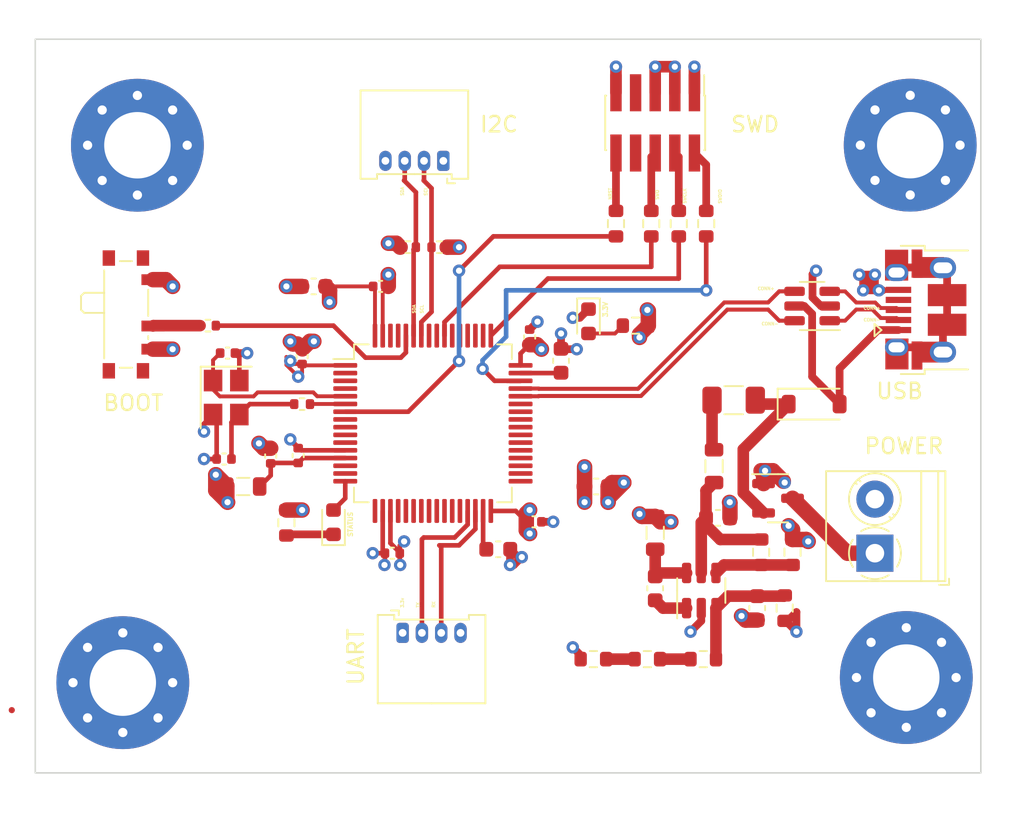
<source format=kicad_pcb>
(kicad_pcb (version 20221018) (generator pcbnew)
  (layers (0 "F.Cu" signal) (1 "In1.Cu" power) (2 "In2.Cu" power) (31 "B.Cu" signal) (34 "B.Paste" user) (35 "F.Paste" user) (36 "B.SilkS" user "B.Silkscreen") (37 "F.SilkS" user "F.Silkscreen") (38 "B.Mask" user) (39 "F.Mask" user) (44 "Edge.Cuts" user))
  (net 0 "")
  (net 1 "Net-(U1-VCAP_2)")
  (net 2 "GND")
  (net 3 "Net-(U1-VCAP_1)")
  (net 4 "+3.3V")
  (net 5 "+3.3VA")
  (net 6 "HSE_IN")
  (net 7 "Net-(C12-Pad1)")
  (net 8 "BUCK_IN")
  (net 9 "BUCK_SW")
  (net 10 "BUCK_BS")
  (net 11 "BUCK_FB")
  (net 12 "Net-(D1-K)")
  (net 13 "LED_STATUS")
  (net 14 "Net-(D2-K)")
  (net 15 "+5V")
  (net 16 "Net-(D3-A)")
  (net 17 "+12V")
  (net 18 "Net-(F1-Pad2)")
  (net 19 "Net-(J2-Pin_2)")
  (net 20 "Net-(J2-Pin_4)")
  (net 21 "Net-(J2-Pin_6)")
  (net 24 "Net-(J2-Pin_10)")
  (net 25 "I2C1_SCL")
  (net 26 "I2C1_SDA")
  (net 27 "UART3_TX")
  (net 28 "UART3_RX")
  (net 29 "USB_CONN_D-")
  (net 30 "USB_CONN_D+")
  (net 32 "unconnected-(J5-Shield-Pad6)")
  (net 33 "BOOT0")
  (net 34 "Net-(SW1-B)")
  (net 35 "HSE_OUT")
  (net 36 "BUCK_EN")
  (net 37 "Net-(R6-Pad2)")
  (net 38 "Net-(R8-Pad2)")
  (net 39 "SWDIO")
  (net 40 "SWCLK")
  (net 41 "SWO")
  (net 42 "NRST")
  (net 73 "USB_D-")
  (net 74 "USB_D+")
  (footprint "Resistor_SMD:R_0603_1608Metric" (layer "F.Cu") (at 106.235 149.098)
    (fp_text reference "R6" hide)
    (fp_text value "30K" hide)
  )
  (footprint "Fuse:Fuse_1206_3216Metric" (layer "F.Cu") (at 115.316 132.334 180)
    (fp_text reference "F1" hide)
    (fp_text value "250mA" hide)
  )
  (footprint "Capacitor_SMD:C_0402_1005Metric" (layer "F.Cu") (at 102.39 140.208)
    (fp_text reference "C6" hide)
    (fp_text value "100n" hide)
  )
  (footprint "Resistor_SMD:R_0402_1005Metric" (layer "F.Cu") (at 96.264 122.43 180)
    (fp_text reference "R14" hide)
    (fp_text value "2k2" hide)
  )
  (footprint "Capacitor_SMD:C_0603_1608Metric" (layer "F.Cu") (at 104.14 129.781 90)
    (fp_text reference "C1" hide)
    (fp_text value "2u2" hide)
  )
  (footprint "Capacitor_SMD:C_0402_1005Metric" (layer "F.Cu") (at 82.324 136.144 180)
    (fp_text reference "C12" hide)
    (fp_text value "12pF" hide)
  )
  (footprint "Crystal:Crystal_SMD_3225-4Pin_3.2x2.5mm" (layer "F.Cu") (at 82.462 132.164 -90)
    (fp_text reference "Y1" hide)
    (fp_text value "16MZ" hide)
  )
  (footprint "TerminalBlock_Phoenix:TerminalBlock_Phoenix_PT-1,5-2-3.5-H_1x02_P3.50mm_Horizontal" (layer "F.Cu") (at 124.46 142.24 90)
    (fp_text reference "J1" hide)
    (fp_text value "Screw_Terminal_01x02" hide)
  )
  (footprint "Package_TO_SOT_SMD:SOT-23" (layer "F.Cu") (at 118.1885 138.684)
    (fp_text reference "Q1" hide)
    (fp_text value "AO3401A" hide)
  )
  (footprint "Resistor_SMD:R_0603_1608Metric" (layer "F.Cu") (at 119.126 142.177 90)
    (fp_text reference "R5" hide)
    (fp_text value "68K" hide)
  )
  (footprint "Capacitor_SMD:C_0603_1608Metric" (layer "F.Cu") (at 114.3 139.954)
    (fp_text reference "C13" hide)
    (fp_text value "47u" hide)
  )
  (footprint "Resistor_SMD:R_0603_1608Metric" (layer "F.Cu") (at 111.76 120.904 -90)
    (fp_text reference "R11" hide)
    (fp_text value "22" hide)
  )
  (footprint "Resistor_SMD:R_0402_1005Metric" (layer "F.Cu") (at 94.232 122.428)
    (fp_text reference "R15" hide)
    (fp_text value "2k2" hide)
  )
  (footprint "Button_Switch_SMD:SW_SPDT_PCM12" (layer "F.Cu") (at 76.294 126.782 -90)
    (fp_text reference "SW1" hide)
    (fp_text value "SW_SPDT" hide)
  )
  (footprint "LED_SMD:LED_0603_1608Metric" (layer "F.Cu") (at 105.918 127.2285 -90)
    (fp_text reference "D3" hide)
    (fp_text value "RED" hide)
  )
  (footprint "Resistor_SMD:R_0402_1005Metric" (layer "F.Cu") (at 81.28 127.508 180)
    (fp_text reference "R1" hide)
    (fp_text value "10k" hide)
  )
  (footprint "Capacitor_SMD:C_0603_1608Metric" (layer "F.Cu") (at 116.84 145.796 -90)
    (fp_text reference "C15" hide)
    (fp_text value "47u" hide)
  )
  (footprint "Resistor_SMD:R_0603_1608Metric" (layer "F.Cu") (at 113.538 120.904 -90)
    (fp_text reference "R10" hide)
    (fp_text value "22" hide)
  )
  (footprint "Inductor_SMD:L_0805_2012Metric" (layer "F.Cu") (at 110.236 140.9235 90)
    (fp_text reference "L2" hide)
    (fp_text value "3u3" hide)
  )
  (footprint "Resistor_SMD:R_0603_1608Metric" (layer "F.Cu") (at 108.966 127.508 180)
    (fp_text reference "R16" hide)
    (fp_text value "1K" hide)
  )
  (footprint "Resistor_SMD:R_0603_1608Metric" (layer "F.Cu") (at 113.347 149.098)
    (fp_text reference "R9" hide)
    (fp_text value "270" hide)
  )
  (footprint "Capacitor_SMD:C_0402_1005Metric" (layer "F.Cu") (at 102.108 128.242 90)
    (fp_text reference "C8" hide)
    (fp_text value "100n" hide)
  )
  (footprint "MountingHole:MountingHole_4.3mm_M4_Pad_Via" (layer "F.Cu") (at 75.769 150.622)
    (fp_text reference "H3" hide)
    (fp_text value "MountingHole_Pad" hide)
  )
  (footprint "Capacitor_SMD:C_0603_1608Metric" (layer "F.Cu") (at 110.236 144.513 -90)
    (fp_text reference "C14" hide)
    (fp_text value "47u" hide)
  )
  (footprint "Resistor_SMD:R_0603_1608Metric" (layer "F.Cu") (at 118.618 145.796 -90)
    (fp_text reference "R7" hide)
    (fp_text value "10k" hide)
  )
  (footprint "Capacitor_SMD:C_0402_1005Metric" (layer "F.Cu") (at 92.456 124.968)
    (fp_text reference "C7" hide)
    (fp_text value "100n" hide)
  )
  (footprint "Resistor_SMD:R_0603_1608Metric" (layer "F.Cu") (at 86.36 140.271 90)
    (fp_text reference "R3" hide)
    (fp_text value "1k5" hide)
  )
  (footprint "Capacitor_SMD:C_0402_1005Metric" (layer "F.Cu") (at 85.344 135.946 90)
    (fp_text reference "C9" hide)
    (fp_text value "1u" hide)
  )
  (footprint "Package_QFP:LQFP-64_10x10mm_P0.5mm" (layer "F.Cu") (at 95.845 133.83)
    (fp_text reference "U1" hide)
    (fp_text value "STM32F405RGT6" hide)
  )
  (footprint "Connector_Molex:Molex_PicoBlade_53048-0410_1x04_P1.25mm_Horizontal" (layer "F.Cu") (at 93.883 147.398)
    (fp_text reference "J4" hide)
    (fp_text value "Conn_01x04" hide)
  )
  (footprint "Connector_PinHeader_1.27mm:PinHeader_2x05_P1.27mm_Vertical_SMD" (layer "F.Cu") (at 110.236 114.382 -90)
    (fp_text reference "J2" hide)
    (fp_text value "SWD")
  )
  (footprint "Resistor_SMD:R_0402_1005Metric" (layer "F.Cu") (at 87.376 132.588 180)
    (fp_text reference "R2" hide)
    (fp_text value "47" hide)
  )
  (footprint "Capacitor_SMD:C_0603_1608Metric" (layer "F.Cu") (at 106.413 137.922)
    (fp_text reference "C16" hide)
    (fp_text value "47u" hide)
  )
  (footprint "Resistor_SMD:R_0603_1608Metric" (layer "F.Cu") (at 117.094 142.177 -90)
    (fp_text reference "R4" hide)
    (fp_text value "100K" hide)
  )
  (footprint "Capacitor_SMD:C_0402_1005Metric" (layer "F.Cu") (at 87.122 135.918 90)
    (fp_text reference "C10" hide)
    (fp_text value "10n" hide)
  )
  (footprint "Resistor_SMD:R_0603_1608Metric" (layer "F.Cu") (at 109.728 149.098)
    (fp_text reference "R8" hide)
    (fp_text value "1K" hide)
  )
  (footprint "Resistor_SMD:R_0603_1608Metric" (layer "F.Cu") (at 107.696 120.904 -90)
    (fp_text reference "R13" hide)
    (fp_text value "22" hide)
  )
  (footprint "Capacitor_SMD:C_0603_1608Metric" (layer "F.Cu") (at 88.125 124.968 180)
    (fp_text reference "C3" hide)
    (fp_text value "4u7" hide)
  )
  (footprint "Capacitor_SMD:C_0402_1005Metric" (layer "F.Cu") (at 82.55 129.286)
    (fp_text reference "C11" hide)
    (fp_text value "12pF" hide)
  )
  (footprint "Connector_USB:USB_Micro-B_Amphenol_10103594-0001LF_Horizontal" (layer "F.Cu") (at 127.749 126.467 90)
    (fp_text reference "J5" hide)
    (fp_text value "USB_B_Micro" hide)
  )
  (footprint "Capacitor_SMD:C_0402_1005Metric" (layer "F.Cu") (at 93.218 142.24 180)
    (fp_text reference "C5" hide)
    (fp_text value "100n" hide)
  )
  (footprint "Capacitor_SMD:C_0603_1608Metric" (layer "F.Cu") (at 100.076 141.986)
    (fp_text reference "C2" hide)
    (fp_text value "2u2" hide)
  )
  (footprint "Package_TO_SOT_SMD:SOT-23-6" (layer "F.Cu") (at 113.218 144.6585 90)
    (fp_text reference "TPMP1" hide)
    (fp_text value "~" hide)
  )
  (footprint "Package_TO_SOT_SMD:SOT-23-6" (layer "F.Cu") (at 120.396 126.238 180)
    (fp_text reference "U2" hide)
    (fp_text value "USBLC6-2SC6" hide)
  )
  (footprint "MountingHole:MountingHole_4.3mm_M4_Pad_Via" (layer "F.Cu") (at 76.713581 115.829581)
    (fp_text reference "H2" hide)
    (fp_text value "MountingHole_Pad" hide)
  )
  (footprint "MountingHole:MountingHole_4.3mm_M4_Pad_Via" (layer "F.Cu") (at 126.746 115.824)
    (fp_text reference "H1" hide)
    (fp_text value "MountingHole_Pad" hide)
  )
  (footprint "Resistor_SMD:R_0603_1608Metric" (layer "F.Cu") (at 109.982 120.904 -90)
    (fp_text reference "R12" hide)
    (fp_text value "22" hide)
  )
  (footprint "Inductor_SMD:L_0805_2012Metric" (layer "F.Cu") (at 114.046 136.6055 90)
    (fp_text reference "FB1" hide)
    (fp_text value "600 @ 600MHz" hide)
  )
  (footprint "MountingHole:MountingHole_4.3mm_M4_Pad_Via" (layer "F.Cu") (at 126.492 150.291)
    (fp_text reference "H4" hide)
    (fp_text value "MountingHole_Pad" hide)
  )
  (footprint "Inductor_SMD:L_0805_2012Metric" (layer "F.Cu") (at 83.566 137.922)
    (fp_text reference "L1" hide)
    (fp_text value "3u3" hide)
  )
  (footprint "LED_SMD:LED_0603_1608Metric" (layer "F.Cu") (at 89.408 140.2335 90)
    (fp_text reference "D1" hide)
    (fp_text value "BLUE" hide)
  )
  (footprint "Capacitor_SMD:C_0402_1005Metric" (layer "F.Cu") (at 87.376 129.512 90)
    (fp_text reference "C4" hide)
    (fp_text value "100n" hide)
  )
  (footprint "Diode_SMD:D_SOD-123" (layer "F.Cu") (at 120.524 132.588)
    (fp_text reference "D2" hide)
    (fp_text value "B5819W" hide)
  )
  (footprint "Connector_Molex:Molex_PicoBlade_53048-0410_1x04_P1.25mm_Horizontal" (layer "F.Cu") (at 96.52 116.84 180)
    (fp_text reference "J3" hide)
    (fp_text value "Conn_01x04" hide)
  )
  (gr_arc (start 68.58 152.4) (mid 68.58 152.4) (end 68.58 152.4) (stroke (width 0.2)) (layer "F.Cu"))
  (gr_rect (start 70.104 108.966) (end 131.318 156.464) (stroke (width 0.1)) (fill none) (layer "Edge.Cuts"))
  (gr_text "CONN+" (at 116.84 125.222) (layer "F.SilkS") (effects (font (size 0.2 0.2) (thickness 0.05)) (justify left bottom)))
  (gr_text "STATUS" (at 90.678 141.224 90) (layer "F.SilkS") (effects (font (size 0.3 0.3) (thickness 0.075)) (justify left bottom)))
  (gr_text "SWDIO" (at 114.554 119.634 90) (layer "F.SilkS") (effects (font (size 0.2 0.2) (thickness 0.05)) (justify left bottom)))
  (gr_text "POWER" (at 123.698 135.89) (layer "F.SilkS") (effects (font (size 1 1)) (justify left bottom)))
  (gr_text "TX" (at 94.996 145.796 90) (layer "F.SilkS") (effects (font (size 0.2 0.2) (thickness 0.05)) (justify left bottom)))
  (gr_text "BOOT" (at 74.422 133.096) (layer "F.SilkS") (effects (font (size 1 1)) (justify left bottom)))
  (gr_text "CONN-" (at 117.094 127.508) (layer "F.SilkS") (effects (font (size 0.2 0.2) (thickness 0.05)) (justify left bottom)))
  (gr_text "NRST" (at 107.442 119.38 90) (layer "F.SilkS") (effects (font (size 0.2 0.2) (thickness 0.05)) (justify left bottom)))
  (gr_text "SDA" (at 93.98 119.126 90) (layer "F.SilkS") (effects (font (size 0.2 0.2) (thickness 0.05)) (justify left bottom)))
  (gr_text "SWD" (at 115.062 115.062) (layer "F.SilkS") (effects (font (size 1 1)) (justify left bottom)))
  (gr_text "SCL" (at 95.25 126.746 90) (layer "F.SilkS") (effects (font (size 0.2 0.2) (thickness 0.05)) (justify left bottom)))
  (gr_text "UART" (at 91.44 150.876 90) (layer "F.SilkS") (effects (font (size 1 1)) (justify left bottom)))
  (gr_text "SWCLK" (at 112.268 119.634 90) (layer "F.SilkS") (effects (font (size 0.2 0.2) (thickness 0.05)) (justify left bottom)))
  (gr_text "CONN+" (at 123.698 126.492) (layer "F.SilkS") (effects (font (size 0.2 0.2) (thickness 0.05)) (justify left bottom)))
  (gr_text "I2C" (at 98.806 115.062) (layer "F.SilkS") (effects (font (size 1 1)) (justify left bottom)))
  (gr_text "USB" (at 124.46 132.334) (layer "F.SilkS") (effects (font (size 1 1)) (justify left bottom)))
  (gr_text "SCL" (at 95.504 119.126 90) (layer "F.SilkS") (effects (font (size 0.2 0.2) (thickness 0.05)) (justify left bottom)))
  (gr_text "SDA" (at 94.742 126.746 90) (layer "F.SilkS") (effects (font (size 0.2 0.2) (thickness 0.05)) (justify left bottom)))
  (gr_text "3.3V" (at 107.188 127 90) (layer "F.SilkS") (effects (font (size 0.3 0.3) (thickness 0.075)) (justify left bottom)))
  (gr_text "CONN-" (at 123.698 127.254) (layer "F.SilkS") (effects (font (size 0.2 0.2) (thickness 0.05)) (justify left bottom)))
  (gr_text "3.3v" (at 93.98 145.796 90) (layer "F.SilkS") (effects (font (size 0.2 0.2) (thickness 0.05)) (justify left bottom)))
  (gr_text "RX" (at 96.012 145.796 90) (layer "F.SilkS") (effects (font (size 0.2 0.2) (thickness 0.05)) (justify left bottom)))
  (gr_text "SWO" (at 110.49 119.38 90) (layer "F.SilkS") (effects (font (size 0.2 0.2) (thickness 0.05)) (justify left bottom)))
  (segment (start 101.52 130.58) (end 104.116 130.58) (width 0.3) (layer "F.Cu") (net 1))
  (segment (start 104.116 130.58) (end 104.14 130.556) (width 0.3) (layer "F.Cu") (net 1))
  (segment (start 101.6 142.494) (end 101.359 142.494) (width 0.5) (layer "F.Cu") (net 2))
  (segment (start 119.126 141.352) (end 119.126 140.716) (width 1) (layer "F.Cu") (net 2))
  (segment (start 86.36 124.968) (end 87.35 124.968) (width 1) (layer "F.Cu") (net 2))
  (segment (start 105.359 127) (end 105.918 126.441) (width 0.5) (layer "F.Cu") (net 2))
  (segment (start 123.698 125.222) (end 123.698 124.968) (width 0.5) (layer "F.Cu") (net 2))
  (segment (start 104.902 127) (end 105.359 127) (width 0.5) (layer "F.Cu") (net 2))
  (segment (start 115.075 138.97828) (end 115.04836 138.95164) (width 1) (layer "F.Cu") (net 2))
  (segment (start 83.312 131.064) (end 83.312 129.568) (width 0.3) (layer "F.Cu") (net 2))
  (segment (start 87.884 128.524) (end 87.396 129.012) (width 1) (layer "F.Cu") (net 2))
  (segment (start 117.348 136.906) (end 117.856 136.906) (width 1) (layer "F.Cu") (net 2))
  (segment (start 104.14 128.016) (end 104.14 129.006) (width 0.5) (layer "F.Cu") (net 2))
  (segment (start 105.664 138.938) (end 105.664 137.948) (width 1) (layer "F.Cu") (net 2))
  (segment (start 107.696 112.432) (end 107.696 110.744) (width 0.75) (layer "F.Cu") (net 2))
  (segment (start 103.632 140.208) (end 102.87 140.208) (width 0.5) (layer "F.Cu") (net 2))
  (segment (start 123.444 124.206) (end 124.46 124.206) (width 0.5) (layer "F.Cu") (net 2))
  (segment (start 100.838 141.986) (end 100.838 142.989) (width 0.5) (layer "F.Cu") (net 2))
  (segment (start 92.595 125.309) (end 92.936 124.968) (width 0.25) (layer "F.Cu") (net 2))
  (segment (start 92.964 124.206) (end 92.956 124.214) (width 1) (layer "F.Cu") (net 2))
  (segment (start 86.614 128.524) (end 86.784 128.694) (width 1) (layer "F.Cu") (net 2))
  (segment (start 117.856 136.906) (end 118.531472 137.581472) (width 1) (layer "F.Cu") (net 2))
  (segment (start 86.614 134.93) (end 87.122 135.438) (width 0.3) (layer "F.Cu") (net 2))
  (segment (start 87.376 139.446) (end 86.36 139.446) (width 1) (layer "F.Cu") (net 2))
  (segment (start 117.251 137.063) (end 117.251 137.734) (width 1) (layer "F.Cu") (net 2))
  (segment (start 101.092 143.002) (end 101.6 142.494) (width 0.5) (layer "F.Cu") (net 2))
  (segment (start 100.851 142.989) (end 100.838 143.002) (width 0.5) (layer "F.Cu") (net 2))
  (segment (start 118.809 146.621) (end 119.38 146.05) (width 0.5) (layer "F.Cu") (net 2))
  (segment (start 110.236 112.432) (end 110.236 110.744) (width 0.75) (layer "F.Cu") (net 2))
  (segment (start 92.956 124.214) (end 92.956 124.968) (width 1) (layer "F.Cu") (net 2))
  (segment (start 84.582 135.128) (end 84.9 135.446) (width 1) (layer "F.Cu") (net 2))
  (segment (start 100.838 143.002) (end 101.092 143.002) (width 0.5) (layer "F.Cu") (net 2))
  (segment (start 119.126 141.352) (end 120.016 141.352) (width 1) (layer "F.Cu") (net 2))
  (segment (start 124.46 125.222) (end 123.444 124.206) (width 0.5) (layer "F.Cu") (net 2))
  (segment (start 120.421 125.690684) (end 120.421 124.181) (width 0.5) (layer "F.Cu") (net 2))
  (segment (start 86.614 134.874) (end 87.32 135.58) (width 0.3) (layer "F.Cu") (net 2))
  (segment (start 124.714 125.222) (end 123.698 125.222) (width 0.5) (layer "F.Cu") (net 2))
  (segment (start 105.156 129.032) (end 104.166 129.032) (width 0.5) (layer "F.Cu") (net 2))
  (segment (start 92.595 128.155) (end 92.595 125.309) (width 0.25) (layer "F.Cu") (net 2))
  (segment (start 119.38 147.32) (end 119.38 146.05) (width 0.5) (layer "F.Cu") (net 2))
  (segment (start 78.994 129.032) (end 77.724 129.032) (width 1) (layer "F.Cu") (net 2))
  (segment (start 118.618 146.621) (end 118.681 146.621) (width 0.5) (layer "F.Cu") (net 2))
  (segment (start 115.075 139.954) (end 115.075 138.97828) (width 1) (layer "F.Cu") (net 2))
  (segment (start 120.968316 126.238) (end 120.421 125.690684) (width 0.5) (layer "F.Cu") (net 2))
  (segment (start 88.138 128.524) (end 87.884 128.524) (width 1) (layer "F.Cu") (net 2))
  (segment (start 124.714 125.222) (end 124.46 125.222) (width 0.5) (layer "F.Cu") (net 2))
  (segment (start 120.421 124.181) (end 120.65 123.952) (width 0.5) (layer "F.Cu") (net 2))
  (segment (start 124.46 124.968) (end 124.46 124.206) (width 0.5) (layer "F.Cu") (net 2))
  (segment (start 84.9 135.446) (end 85.344 135.446) (width 1) (layer "F.Cu") (net 2))
  (segment (start 86.614 134.874) (end 86.614 134.93) (width 0.3) (layer "F.Cu") (net 2))
  (segment (start 119.126 140.716) (end 118.872 140.462) (width 1) (layer "F.Cu") (net 2))
  (segment (start 124.714 125.222) (end 124.46 124.968) (width 0.5) (layer "F.Cu") (net 2))
  (segment (start 92.738 142.24) (end 91.948 142.24) (width 0.3) (layer "F.Cu") (net 2))
  (segment (start 121.5335 126.238) (end 120.968316 126.238) (width 0.5) (layer "F.Cu") (net 2))
  (segment (start 105.664 136.652) (end 105.664 137.896) (width 1) (layer "F.Cu") (net 2))
  (segment (start 81.844 133.496) (end 81.612 133.264) (width 0.3) (layer "F.Cu") (net 2))
  (segment (start 113.218 145.796) (end 113.218 146.624) (width 0.5) (layer "F.Cu") (net 2))
  (segment (start 92.595 142.097) (end 92.738 142.24) (width 0.3) (layer "F.Cu") (net 2))
  (segment (start 83.312 129.568) (end 83.03 129.286) (width 0.3) (layer "F.Cu") (net 2))
  (segment (start 101.359 142.494) (end 100.851 141.986) (width 0.5) (layer "F.Cu") (net 2))
  (segment (start 86.784 128.694) (end 87.069635 128.694) (width 1) (layer "F.Cu") (net 2))
  (segment (start 81.026 134.366) (end 81.026 133.85) (width 0.3) (layer "F.Cu") (net 2))
  (segment (start 118.681 146.621) (end 119.38 147.32) (width 0.5) (layer "F.Cu") (net 2))
  (segment (start 81.844 136.144) (end 81.026 136.144) (width 0.3) (layer "F.Cu") (net 2))
  (segment (start 104.166 129.032) (end 104.14 129.006) (width 0.5) (layer "F.Cu") (net 2))
  (segment (start 110.236 110.744) (end 111.506 110.744) (width 0.75) (layer "F.Cu") (net 2))
  (segment (start 92.595 139.505) (end 92.595 142.097) (width 0.3) (layer "F.Cu") (net 2))
  (segment (start 117.348 136.906) (end 117.094 136.906) (width 1) (layer "F.Cu") (net 2))
  (segment (start 87.32 135.58) (end 90.17 135.58) (width 0.3) (layer "F.Cu") (net 2))
  (segment (start 81.844 136.144) (end 81.844 133.496) (width 0.3) (layer "F.Cu") (net 2))
  (segment (start 105.664 137.948) (end 105.638 137.922) (width 1) (layer "F.Cu") (net 2))
  (segment (start 105.664 137.896) (end 105.638 137.922) (width 1) (layer "F.Cu") (net 2))
  (segment (start 102.616 127.254) (end 102.108 127.762) (width 0.5) (layer "F.Cu") (net 2))
  (segment (start 117.094 136.906) (end 117.251 137.063) (width 1) (layer "F.Cu") (net 2))
  (segment (start 123.698 124.46) (end 123.444 124.206) (width 0.5) (layer "F.Cu") (net 2))
  (segment (start 124.714 125.222) (end 124.968 125.222) (width 0.5) (layer "F.Cu") (net 2))
  (segment (start 123.698 125.222) (end 123.698 124.46) (width 0.5) (layer "F.Cu") (net 2))
  (segment (start 83.82 129.286) (end 83.03 129.286) (width 0.5) (layer "F.Cu") (net 2))
  (segment (start 111.506 112.432) (end 111.506 110.744) (width 0.75) (layer "F.Cu") (net 2))
  (segment (start 123.698 124.968) (end 124.46 124.206) (width 0.5) (layer "F.Cu") (net 2))
  (segment (start 92.738 142.24) (end 92.738 142.974) (width 0.3) (layer "F.Cu") (net 2))
  (segment (start 81.026 133.85) (end 81.612 133.264) (width 0.3) (layer "F.Cu") (net 2))
  (segment (start 92.738 142.974) (end 92.71 143.002) (width 0.3) (layer "F.Cu") (net 2))
  (segment (start 120.016 141.352) (end 120.142 141.478) (width 1) (layer "F.Cu") (net 2))
  (segment (start 113.218 146.624) (end 112.522 147.32) (width 0.5) (layer "F.Cu") (net 2))
  (segment (start 118.618 146.621) (end 118.809 146.621) (width 0.5) (layer "F.Cu") (net 2))
  (via (at 120.65 123.952) (size 0.8) (drill 0.4) (layers "F.Cu" "B.Cu") (net 2))
  (via (at 123.698 125.222) (size 0.8) (drill 0.4) (layers "F.Cu" "B.Cu") (net 2))
  (via (at 118.618 137.668) (size 0.8) (drill 0.4) (layers "F.Cu" "B.Cu") (net 2))
  (via (at 115.062 138.938) (size 0.8) (drill 0.4) (layers "F.Cu" "B.Cu") (net 2))
  (via (at 78.994 129.032) (size 0.8) (drill 0.4) (layers "F.Cu" "B.Cu") (net 2))
  (via (at 100.838 143.002) (size 0.8) (drill 0.4) (layers "F.Cu" "B.Cu") (net 2))
  (via (at 120.142 141.478) (size 0.8) (drill 0.4) (layers "F.Cu" "B.Cu") (net 2))
  (via (at 92.964 124.206) (size 0.8) (drill 0.4) (layers "F.Cu" "B.Cu") (net 2))
  (via (at 117.348 136.906) (size 0.8) (drill 0.4) (layers "F.Cu" "B.Cu") (net 2))
  (via (at 87.376 139.446) (size 0.8) (drill 0.4) (layers "F.Cu" "B.Cu") (net 2))
  (via (at 88.138 128.524) (size 0.8) (drill 0.4) (layers "F.Cu" "B.Cu") (net 2))
  (via (at 91.948 142.24) (size 0.8) (drill 0.4) (layers "F.Cu" "B.Cu") (net 2))
  (via (at 86.36 124.968) (size 0.8) (drill 0.4) (layers "F.Cu" "B.Cu") (net 2))
  (via (at 111.506 110.744) (size 0.8) (drill 0.4) (layers "F.Cu" "B.Cu") (net 2))
  (via (at 102.616 127.254) (size 0.8) (drill 0.4) (layers "F.Cu" "B.Cu") (net 2))
  (via (at 84.582 135.128) (size 0.8) (drill 0.4) (layers "F.Cu" "B.Cu") (net 2))
  (via (at 83.82 129.286) (size 0.8) (drill 0.4) (layers "F.Cu" "B.Cu") (net 2))
  (via (at 124.46 124.206) (size 0.8) (drill 0.4) (layers "F.Cu" "B.Cu") (net 2))
  (via (at 105.156 129.032) (size 0.8) (drill 0.4) (layers "F.Cu" "B.Cu") (net 2))
  (via (at 81.026 136.144) (size 0.8) (drill 0.4) (layers "F.Cu" "B.Cu") (net 2))
  (via (at 104.902 127) (size 0.8) (drill 0.4) (layers "F.Cu" "B.Cu") (net 2))
  (via (at 124.714 125.222) (size 0.8) (drill 0.4) (layers "F.Cu" "B.Cu") (net 2))
  (via (at 123.444 124.206) (size 0.8) (drill 0.4) (layers "F.Cu" "B.Cu") (net 2))
  (via (at 104.14 128.016) (size 0.8) (drill 0.4) (layers "F.Cu" "B.Cu") (net 2))
  (via (at 119.38 147.32) (size 0.8) (drill 0.4) (layers "F.Cu" "B.Cu") (net 2))
  (via (at 105.664 136.652) (size 0.8) (drill 0.4) (layers "F.Cu" "B.Cu") (net 2))
  (via (at 105.664 138.938) (size 0.8) (drill 0.4) (layers "F.Cu" "B.Cu") (net 2))
  (via (at 92.71 143.002) (size 0.8) (drill 0.4) (layers "F.Cu" "B.Cu") (net 2))
  (via (at 86.614 128.524) (size 0.8) (drill 0.4) (layers "F.Cu" "B.Cu") (net 2))
  (via (at 107.696 110.744) (size 0.8) (drill 0.4) (layers "F.Cu" "B.Cu") (net 2))
  (via (at 81.026 134.366) (size 0.8) (drill 0.4) (layers "F.Cu" "B.Cu") (net 2))
  (via (at 110.236 110.744) (size 0.8) (drill 0.4) (layers "F.Cu" "B.Cu") (net 2))
  (via (at 118.872 140.462) (size 0.8) (drill 0.4) (layers "F.Cu" "B.Cu") (net 2))
  (via (at 86.614 134.874) (size 0.8) (drill 0.4) (layers "F.Cu" "B.Cu") (net 2))
  (via (at 103.632 140.208) (size 0.8) (drill 0.4) (layers "F.Cu" "B.Cu") (net 2))
  (via (at 112.522 147.32) (size 0.8) (drill 0.4) (layers "F.Cu" "B.Cu") (net 2))
  (via (at 101.6 142.494) (size 0.8) (drill 0.4) (layers "F.Cu" "B.Cu") (net 2))
  (segment (start 99.095 139.505) (end 99.095 141.78) (width 0.3) (layer "F.Cu") (net 3))
  (segment (start 99.095 141.78) (end 99.301 141.986) (width 0.3) (layer "F.Cu") (net 3))
  (segment (start 93.698 141.76) (end 93.98 141.478) (width 0.3) (layer "F.Cu") (net 4))
  (segment (start 107.188 138.938) (end 107.188 137.922) (width 1) (layer "F.Cu") (net 4))
  (segment (start 101.52 129.31) (end 102.108 128.722) (width 0.3) (layer "F.Cu") (net 4))
  (segment (start 93.095 139.505) (end 93.095 141.590154) (width 0.3) (layer "F.Cu") (net 4))
  (segment (start 87.122 130.81) (end 86.36 130.048) (width 0.25) (layer "F.Cu") (net 4))
  (segment (start 97.536 122.428) (end 96.776 122.428) (width 1) (layer "F.Cu") (net 4))
  (segment (start 110.583 140.208) (end 110.236 139.861) (width 1) (layer "F.Cu") (net 4))
  (segment (start 81.788 137.16) (end 81.788 138.176) (width 1) (layer "F.Cu") (net 4))
  (segment (start 93.095 141.590154) (end 93.698 142.193154) (width 0.3) (layer "F.Cu") (net 4))
  (segment (start 93.698 142.24) (end 93.698 142.974) (width 0.3) (layer "F.Cu") (net 4))
  (segment (start 110.236 139.861) (end 109.381 139.861) (width 1) (layer "F.Cu") (net 4))
  (segment (start 109.791 127.508) (end 109.791 126.555) (width 1) (layer "F.Cu") (net 4))
  (segment (start 107.188 138.684) (end 108.204 137.668) (width 1) (layer "F.Cu") (net 4))
  (segment (start 91.976 124.968) (end 88.9 124.968) (width 0.25) (layer "F.Cu") (net 4))
  (segment (start 108.204 137.668) (end 107.442 137.668) (width 1) (layer "F.Cu") (net 4))
  (segment (start 87.376 129.992) (end 87.376 130.556) (width 0.25) (layer "F.Cu") (net 4))
  (segment (start 99.595 139.505) (end 101.207 139.505) (width 0.3) (layer "F.Cu") (net 4))
  (segment (start 86.36 129.54) (end 86.614 129.794) (width 0.25) (layer "F.Cu") (net 4))
  (segment (start 82.5035 137.8755) (end 81.788 137.16) (width 1) (layer "F.Cu") (net 4))
  (segment (start 93.698 142.24) (end 93.698 141.76) (width 0.3) (layer "F.Cu") (net 4))
  (segment (start 116.091 146.571) (end 115.824 146.304) (width 1) (layer "F.Cu") (net 4))
  (segment (start 101.89 140.752) (end 101.89 139.664) (width 1) (layer "F.Cu") (net 4))
  (segment (start 86.36 130.048) (end 86.36 129.54) (width 0.25) (layer "F.Cu") (net 4))
  (segment (start 82.5035 137.922) (end 82.5035 137.8755) (width 1) (layer "F.Cu") (net 4))
  (segment (start 77.724 124.532) (end 78.558 124.532) (width 1) (layer "F.Cu") (net 4))
  (segment (start 93.468 122.174) (end 93.722 122.428) (width 1) (layer "F.Cu") (net 4))
  (segment (start 109.22 128.079) (end 109.791 127.508) (width 1) (layer "F.Cu") (net 4))
  (segment (start 93.698 142.193154) (end 93.698 142.24) (width 0.3) (layer "F.Cu") (net 4))
  (segment (start 92.095 125.087) (end 91.976 124.968) (width 0.25) (layer "F.Cu") (net 4))
  (segment (start 105.41 149.098) (end 105.41 148.844) (width 0.5) (layer "F.Cu") (net 4))
  (segment (start 102.58 128.742) (end 102.108 128.742) (width 1) (layer "F.Cu") (net 4))
  (segment (start 87.464 130.08) (end 87.376 129.992) (width 0.25) (layer "F.Cu") (net 4))
  (segment (start 87.376 130.556) (end 87.122 130.81) (width 0.25) (layer "F.Cu") (net 4))
  (segment (start 101.52 130.08) (end 101.52 129.31) (width 0.3) (layer "F.Cu") (net 4))
  (segment (start 89.154 125.222) (end 88.9 124.968) (width 1) (layer "F.Cu") (net 4))
  (segment (start 82.5035 137.922) (end 82.5035 138.8915) (width 1) (layer "F.Cu") (net 4))
  (segment (start 112.776 112.432) (end 112.776 110.744) (width 0.75) (layer "F.Cu") (net 4))
  (segment (start 96.776 122.428) (end 96.774 122.43) (width 1) (layer "F.Cu") (net 4))
  (segment (start 102.87 129.032) (end 102.58 128.742) (width 1) (layer "F.Cu") (net 4))
  (segment (start 116.84 146.571) (end 116.091 146.571) (width 1) (layer "F.Cu") (net 4))
  (segment (start 102.108 140.97) (end 101.89 140.752) (width 1) (layer "F.Cu") (net 4))
  (segment (start 107.442 137.668) (end 107.188 137.922) (width 1) (layer "F.Cu") (net 4))
  (segment (start 92.964 122.174) (end 93.468 122.174) (width 1) (layer "F.Cu") (net 4))
  (segment (start 92.095 128.155) (end 92.095 125.087) (width 0.25) (layer "F.Cu") (net 4))
  (segment (start 78.558 124.532) (end 78.994 124.968) (width 1) (layer "F.Cu") (net 4))
  (segment (start 87.376 129.992) (end 86.812 129.992) (width 0.25) (layer "F.Cu") (net 4))
  (segment (start 81.788 138.176) (end 82.55 138.938) (width 1) (layer "F.Cu") (net 4))
  (segment (start 101.89 139.664) (end 102.108 139.446) (width 1) (layer "F.Cu") (net 4))
  (segment (start 105.41 148.844) (end 104.902 148.336) (width 0.5) (layer "F.Cu") (net 4))
  (segment (start 101.207 139.505) (end 101.91 140.208) (width 0.3) (layer "F.Cu") (net 4))
  (segment (start 111.252 140.208) (end 110.583 140.208) (width 1) (layer "F.Cu") (net 4))
  (segment (start 90.17 130.08) (end 87.464 130.08) (width 0.25) (layer "F.Cu") (net 4))
  (segment (start 109.381 139.861) (end 109.22 139.7) (width 1) (layer "F.Cu") (net 4))
  (segment (start 109.22 128.27) (end 109.22 128.079) (width 1) (layer "F.Cu") (net 4))
  (segment (start 82.5035 138.8915) (end 82.55 138.938) (width 1) (layer "F.Cu") (net 4))
  (segment (start 107.188 138.938) (end 107.188 138.684) (width 1) (layer "F.Cu") (net 4))
  (segment (start 93.698 142.974) (end 93.726 143.002) (width 0.3) (layer "F.Cu") (net 4))
  (segment (start 86.812 129.992) (end 86.614 129.794) (width 0.25) (layer "F.Cu") (net 4))
  (segment (start 89.154 125.984) (end 89.154 125.222) (width 1) (layer "F.Cu") (net 4))
  (segment (start 109.791 126.555) (end 109.728 126.492) (width 1) (layer "F.Cu") (net 4))
  (via (at 115.824 146.304) (size 0.8) (drill 0.4) (layers "F.Cu" "B.Cu") (net 4))
  (via (at 104.902 148.336) (size 0.8) (drill 0.4) (layers "F.Cu" "B.Cu") (net 4))
  (via (at 108.204 137.668) (size 0.8) (drill 0.4) (layers "F.Cu" "B.Cu") (net 4))
  (via (at 93.726 143.002) (size 0.8) (drill 0.4) (layers "F.Cu" "B.Cu") (net 4))
  (via (at 107.188 138.938) (size 0.8) (drill 0.4) (layers "F.Cu" "B.Cu") (net 4))
  (via (at 102.108 139.446) (size 0.8) (drill 0.4) (layers "F.Cu" "B.Cu") (net 4))
  (via (at 82.55 138.938) (size 0.8) (drill 0.4) (layers "F.Cu" "B.Cu") (net 4))
  (via (at 112.776 110.744) (size 0.8) (drill 0.4) (layers "F.Cu" "B.Cu") (net 4))
  (via (at 109.22 139.7) (size 0.8) (drill 0.4) (layers "F.Cu" "B.Cu") (net 4))
  (via (at 109.728 126.492) (size 0.8) (drill 0.4) (layers "F.Cu" "B.Cu") (net 4))
  (via (at 92.964 122.174) (size 0.8) (drill 0.4) (layers "F.Cu" "B.Cu") (net 4))
  (via (at 89.154 125.984) (size 0.8) (drill 0.4) (layers "F.Cu" "B.Cu") (net 4))
  (via (at 86.614 129.794) (size 0.8) (drill 0.4) (layers "F.Cu" "B.Cu") (net 4))
  (via (at 102.87 129.032) (size 0.8) (drill 0.4) (layers "F.Cu" "B.Cu") (net 4))
  (via (at 81.788 137.16) (size 0.8) (drill 0.4) (layers "F.Cu" "B.Cu") (net 4))
  (via (at 87.122 130.81) (size 0.8) (drill 0.4) (layers "F.Cu" "B.Cu") (net 4))
  (via (at 93.98 141.478) (size 0.8) (drill 0.4) (layers "F.Cu" "B.Cu") (net 4))
  (via (at 102.108 140.97) (size 0.8) (drill 0.4) (layers "F.Cu" "B.Cu") (net 4))
  (via (at 78.994 124.968) (size 0.8) (drill 0.4) (layers "F.Cu" "B.Cu") (net 4))
  (via (at 109.22 128.27) (size 0.8) (drill 0.4) (layers "F.Cu" "B.Cu") (net 4))
  (via (at 111.252 140.208) (size 0.8) (drill 0.4) (layers "F.Cu" "B.Cu") (net 4))
  (via (at 97.536 122.428) (size 0.8) (drill 0.4) (layers "F.Cu" "B.Cu") (net 4))
  (segment (start 85.344 136.426) (end 85.344 137.2065) (width 0.3) (layer "F.Cu") (net 5))
  (segment (start 85.344 137.2065) (end 84.6285 137.922) (width 0.3) (layer "F.Cu") (net 5))
  (segment (start 87.44 136.08) (end 87.122 136.398) (width 0.3) (layer "F.Cu") (net 5))
  (segment (start 85.372 136.398) (end 85.344 136.426) (width 0.3) (layer "F.Cu") (net 5))
  (segment (start 90.17 136.08) (end 87.44 136.08) (width 0.3) (layer "F.Cu") (net 5))
  (segment (start 87.122 136.398) (end 85.372 136.398) (width 0.3) (layer "F.Cu") (net 5))
  (segment (start 81.612 131.65) (end 81.612 131.064) (width 0.25) (layer "F.Cu") (net 6))
  (segment (start 84.237 132.089) (end 82.051 132.089) (width 0.25) (layer "F.Cu") (net 6))
  (segment (start 81.612 129.744) (end 82.07 129.286) (width 0.25) (layer "F.Cu") (net 6))
  (segment (start 82.051 132.089) (end 81.612 131.65) (width 0.25) (layer "F.Cu") (net 6))
  (segment (start 88.09828 131.826) (end 84.5 131.826) (width 0.25) (layer "F.Cu") (net 6))
  (segment (start 84.5 131.826) (end 84.237 132.089) (width 0.25) (layer "F.Cu") (net 6))
  (segment (start 81.612 131.064) (end 81.612 129.744) (width 0.25) (layer "F.Cu") (net 6))
  (segment (start 90.17 132.08) (end 88.35228 132.08) (width 0.25) (layer "F.Cu") (net 6))
  (segment (start 88.35228 132.08) (end 88.09828 131.826) (width 0.25) (layer "F.Cu") (net 6))
  (segment (start 83.988 132.588) (end 83.312 133.264) (width 0.3) (layer "F.Cu") (net 7))
  (segment (start 82.804 133.772) (end 83.312 133.264) (width 0.3) (layer "F.Cu") (net 7))
  (segment (start 82.804 136.144) (end 82.804 133.772) (width 0.3) (layer "F.Cu") (net 7))
  (segment (start 86.866 132.588) (end 83.988 132.588) (width 0.3) (layer "F.Cu") (net 7))
  (segment (start 113.525 139.954) (end 113.525 138.189) (width 0.75) (layer "F.Cu") (net 8))
  (segment (start 117.094 141.352) (end 114.448 141.352) (width 0.75) (layer "F.Cu") (net 8))
  (segment (start 113.218 143.521) (end 113.218 140.261) (width 0.75) (layer "F.Cu") (net 8))
  (segment (start 113.525 140.429) (end 113.525 139.954) (width 0.75) (layer "F.Cu") (net 8))
  (segment (start 114.448 141.352) (end 113.525 140.429) (width 0.75) (layer "F.Cu") (net 8))
  (segment (start 113.525 138.189) (end 114.046 137.668) (width 0.75) (layer "F.Cu") (net 8))
  (segment (start 113.218 140.261) (end 113.525 139.954) (width 0.75) (layer "F.Cu") (net 8))
  (segment (start 112.268 143.521) (end 110.453 143.521) (width 0.75) (layer "F.Cu") (net 9))
  (segment (start 110.453 143.521) (end 110.236 143.738) (width 0.75) (layer "F.Cu") (net 9))
  (segment (start 110.236 143.738) (end 110.236 141.986) (width 0.75) (layer "F.Cu") (net 9))
  (segment (start 110.744 145.796) (end 110.236 145.288) (width 0.75) (layer "F.Cu") (net 10))
  (segment (start 112.268 145.796) (end 110.744 145.796) (width 0.75) (layer "F.Cu") (net 10))
  (segment (start 114.168 149.094) (end 114.172 149.098) (width 0.75) (layer "F.Cu") (net 11))
  (segment (start 114.168 145.796) (end 114.943 145.021) (width 0.75) (layer "F.Cu") (net 11))
  (segment (start 114.943 145.021) (end 116.84 145.021) (width 0.75) (layer "F.Cu") (net 11))
  (segment (start 118.568 145.021) (end 118.618 144.971) (width 0.75) (layer "F.Cu") (net 11))
  (segment (start 114.168 145.796) (end 114.168 149.094) (width 0.75) (layer "F.Cu") (net 11))
  (segment (start 116.84 145.021) (end 118.568 145.021) (width 0.75) (layer "F.Cu") (net 11))
  (segment (start 86.435 141.021) (end 86.36 141.096) (width 0.5) (layer "F.Cu") (net 12))
  (segment (start 89.408 141.021) (end 86.435 141.021) (width 0.5) (layer "F.Cu") (net 12))
  (segment (start 90.17 137.58) (end 90.17 138.684) (width 0.3) (layer "F.Cu") (net 13))
  (segment (start 90.17 138.684) (end 89.408 139.446) (width 0.3) (layer "F.Cu") (net 13))
  (segment (start 115.9385 135.5235) (end 118.874 132.588) (width 0.75) (layer "F.Cu") (net 14))
  (segment (start 115.9385 138.3215) (end 115.9385 135.5235) (width 0.75) (layer "F.Cu") (net 14))
  (segment (start 116.97 132.588) (end 116.716 132.334) (width 0.75) (layer "F.Cu") (net 14))
  (segment (start 118.874 132.588) (end 116.97 132.588) (width 0.75) (layer "F.Cu") (net 14))
  (segment (start 117.251 139.634) (end 115.9385 138.3215) (width 0.75) (layer "F.Cu") (net 14))
  (segment (start 119.888 126.238) (end 119.2585 126.238) (width 0.5) (layer "F.Cu") (net 15))
  (segment (start 120.396 126.746) (end 119.888 126.238) (width 0.5) (layer "F.Cu") (net 15))
  (segment (start 122.174 130.277) (end 124.659 127.792) (width 0.5) (layer "F.Cu") (net 15))
  (segment (start 124.659 127.792) (end 125.984 127.792) (width 0.5) (layer "F.Cu") (net 15))
  (segment (start 122.174 132.588) (end 120.396 130.81) (width 0.5) (layer "F.Cu") (net 15))
  (segment (start 122.174 132.588) (end 122.174 130.277) (width 0.5) (layer "F.Cu") (net 15))
  (segment (start 120.396 130.81) (end 120.396 126.746) (width 0.5) (layer "F.Cu") (net 15))
  (segment (start 105.918 128.016) (end 107.633 128.016) (width 0.25) (layer "F.Cu") (net 16))
  (segment (start 107.633 128.016) (end 108.141 127.508) (width 0.25) (layer "F.Cu") (net 16))
  (segment (start 122.682 142.24) (end 119.126 138.684) (width 1) (layer "F.Cu") (net 17))
  (segment (start 124.46 142.24) (end 122.682 142.24) (width 1) (layer "F.Cu") (net 17))
  (segment (start 113.916 132.334) (end 113.916 135.413) (width 0.75) (layer "F.Cu") (net 18))
  (segment (start 113.916 135.413) (end 114.046 135.543) (width 0.75) (layer "F.Cu") (net 18))
  (segment (start 113.538 117.094) (end 112.776 116.332) (width 0.5) (layer "F.Cu") (net 19))
  (segment (start 113.538 120.079) (end 113.538 117.094) (width 0.5) (layer "F.Cu") (net 19))
  (segment (start 111.76 120.079) (end 111.76 116.586) (width 0.5) (layer "F.Cu") (net 20))
  (segment (start 111.76 116.586) (end 111.506 116.332) (width 0.5) (layer "F.Cu") (net 20))
  (segment (start 109.982 116.586) (end 110.236 116.332) (width 0.5) (layer "F.Cu") (net 21))
  (segment (start 109.982 120.079) (end 109.982 116.586) (width 0.5) (layer "F.Cu") (net 21))
  (segment (start 107.696 120.079) (end 107.696 116.332) (width 0.5) (layer "F.Cu") (net 24))
  (segment (start 95.754 126.61788) (end 95.754 122.43) (width 0.3) (layer "F.Cu") (net 25))
  (segment (start 95.095 127.27688) (end 95.754 126.61788) (width 0.3) (layer "F.Cu") (net 25))
  (segment (start 95.27 118.09) (end 95.27 116.84) (width 0.3) (layer "F.Cu") (net 25))
  (segment (start 95.25 118.11) (end 95.27 118.09) (width 0.3) (layer "F.Cu") (net 25))
  (segment (start 95.754 122.43) (end 95.754 118.614) (width 0.3) (layer "F.Cu") (net 25))
  (segment (start 95.754 118.614) (end 95.25 118.11) (width 0.3) (layer "F.Cu") (net 25))
  (segment (start 95.095 128.155) (end 95.095 127.27688) (width 0.3) (layer "F.Cu") (net 25))
  (segment (start 94.02 118.07) (end 94.02 116.84) (width 0.3) (layer "F.Cu") (net 26))
  (segment (start 94.742 122.428) (end 94.742 118.872) (width 0.3) (layer "F.Cu") (net 26))
  (segment (start 94.595 122.575) (end 94.742 122.428) (width 0.3) (layer "F.Cu") (net 26))
  (segment (start 94.742 118.872) (end 93.98 118.11) (width 0.3) (layer "F.Cu") (net 26))
  (segment (start 93.98 118.11) (end 94.02 118.07) (width 0.3) (layer "F.Cu") (net 26))
  (segment (start 93.818 117.042) (end 94.02 116.84) (width 0.3) (layer "F.Cu") (net 26))
  (segment (start 94.595 128.155) (end 94.595 122.575) (width 0.3) (layer "F.Cu") (net 26))
  (segment (start 98.095 139.505) (end 98.095 140.38312) (width 0.3) (layer "F.Cu") (net 27))
  (segment (start 95.133 141.341) (end 95.133 147.398) (width 0.3) (layer "F.Cu") (net 27))
  (segment (start 98.095 140.38312) (end 97.25412 141.224) (width 0.3) (layer "F.Cu") (net 27))
  (segment (start 95.25 141.224) (end 95.133 141.341) (width 0.3) (layer "F.Cu") (net 27))
  (segment (start 97.25412 141.224) (end 95.25 141.224) (width 0.3) (layer "F.Cu") (net 27))
  (segment (start 98.595 140.673) (end 97.536 141.732) (width 0.3) (layer "F.Cu") (net 28))
  (segment (start 96.383 141.849) (end 96.383 147.398) (width 0.3) (layer "F.Cu") (net 28))
  (segment (start 97.536 141.732) (end 96.266 141.732) (width 0.3) (layer "F.Cu") (net 28))
  (segment (start 98.595 139.505) (end 98.595 140.673) (width 0.3) (layer "F.Cu") (net 28))
  (segment (start 96.266 141.732) (end 96.383 141.849) (width 0.3) (layer "F.Cu") (net 28))
  (segment (start 124.290707 126.4646) (end 124.843107 127.017) (width 0.25) (layer "F.Cu") (net 29))
  (segment (start 125.859 127.017) (end 125.984 127.142) (width 0.25) (layer "F.Cu") (net 29))
  (segment (start 122.527251 127.188) (end 123.250651 126.4646) (width 0.25) (layer "F.Cu") (net 29))
  (segment (start 123.250651 126.4646) (end 124.290707 126.4646) (width 0.25) (layer "F.Cu") (net 29))
  (segment (start 121.5335 127.188) (end 122.527251 127.188) (width 0.25) (layer "F.Cu") (net 29))
  (segment (start 124.843107 127.017) (end 125.859 127.017) (width 0.25) (layer "F.Cu") (net 29))
  (segment (start 125.849922 126.367) (end 125.974922 126.492) (width 0.25) (layer "F.Cu") (net 30))
  (segment (start 121.5335 125.288) (end 122.527251 125.288) (width 0.25) (layer "F.Cu") (net 30))
  (segment (start 124.834 126.367) (end 125.849922 126.367) (width 0.25) (layer "F.Cu") (net 30))
  (segment (start 123.250651 126.0114) (end 124.4784 126.0114) (width 0.25) (layer "F.Cu") (net 30))
  (segment (start 124.4784 126.0114) (end 124.834 126.367) (width 0.25) (layer "F.Cu") (net 30))
  (segment (start 125.974922 126.492) (end 125.984 126.492) (width 0.25) (layer "F.Cu") (net 30))
  (segment (start 122.527251 125.288) (end 123.250651 126.0114) (width 0.25) (layer "F.Cu") (net 30))
  (segment (start 128.864 129.222) (end 128.864 127.722) (width 0.5) (layer "F.Cu") (net 32))
  (segment (start 129.134 125.532) (end 129.134 124.032) (width 0.5) (layer "F.Cu") (net 32))
  (segment (start 127.934 123.742) (end 126.014 123.742) (width 0.5) (layer "F.Cu") (net 32))
  (segment (start 125.864 128.912) (end 128.554 128.912) (width 0.5) (layer "F.Cu") (net 32))
  (segment (start 126.014 123.742) (end 125.864 123.592) (width 0.5) (layer "F.Cu") (net 32))
  (segment (start 129.134 124.032) (end 128.864 123.762) (width 0.5) (layer "F.Cu") (net 32))
  (segment (start 128.554 128.912) (end 128.864 129.222) (width 0.5) (layer "F.Cu") (net 32))
  (segment (start 129.134 127.452) (end 129.134 125.532) (width 0.5) (layer "F.Cu") (net 32))
  (segment (start 128.864 127.722) (end 129.134 127.452) (width 0.5) (layer "F.Cu") (net 32))
  (segment (start 89.408 127.508) (end 81.79 127.508) (width 0.3) (layer "F.Cu") (net 33))
  (segment (start 94.095 129.251) (end 94.095 128.155) (width 0.3) (layer "F.Cu") (net 33))
  (segment (start 93.766 129.58) (end 91.48 129.58) (width 0.3) (layer "F.Cu") (net 33))
  (segment (start 93.766 129.58) (end 94.095 129.251) (width 0.3) (layer "F.Cu") (net 33))
  (segment (start 91.48 129.58) (end 89.408 127.508) (width 0.3) (layer "F.Cu") (net 33))
  (segment (start 77.748 127.508) (end 77.724 127.532) (width 0.75) (layer "F.Cu") (net 34))
  (segment (start 80.77 127.508) (end 77.748 127.508) (width 0.75) (layer "F.Cu") (net 34))
  (segment (start 90.17 132.58) (end 87.894 132.58) (width 0.25) (layer "F.Cu") (net 35))
  (segment (start 87.894 132.58) (end 87.886 132.588) (width 0.25) (layer "F.Cu") (net 35))
  (segment (start 114.687 143.002) (end 114.168 143.521) (width 0.75) (layer "F.Cu") (net 36))
  (segment (start 119.126 143.002) (end 117.094 143.002) (width 0.75) (layer "F.Cu") (net 36))
  (segment (start 117.094 143.002) (end 114.687 143.002) (width 0.75) (layer "F.Cu") (net 36))
  (segment (start 108.903 149.098) (end 107.06 149.098) (width 0.75) (layer "F.Cu") (net 37))
  (segment (start 112.522 149.098) (end 110.553 149.098) (width 0.75) (layer "F.Cu") (net 38))
  (segment (start 99.838 131.08) (end 99.06 130.302) (width 0.3) (layer "F.Cu") (net 39))
  (segment (start 101.52 131.08) (end 100.64188 131.08) (width 0.3) (layer "F.Cu") (net 39))
  (segment (start 113.538 125.222) (end 113.538 121.729) (width 0.3) (layer "F.Cu") (net 39))
  (segment (start 101.52 131.08) (end 99.838 131.08) (width 0.3) (layer "F.Cu") (net 39))
  (via (at 99.06 130.302) (size 0.8) (drill 0.4) (layers "F.Cu" "B.Cu") (net 39))
  (via (at 113.538 125.222) (size 0.8) (drill 0.4) (layers "F.Cu" "B.Cu") (net 39))
  (segment (start 100.584 125.222) (end 113.538 125.222) (width 0.3) (layer "B.Cu") (net 39))
  (segment (start 100.584 128.225339) (end 100.584 125.222) (width 0.3) (layer "B.Cu") (net 39))
  (segment (start 99.06 130.302) (end 99.06 129.749339) (width 0.3) (layer "B.Cu") (net 39))
  (segment (start 99.06 129.749339) (end 100.584 128.225339) (width 0.3) (layer "B.Cu") (net 39))
  (segment (start 99.595 128.155) (end 103.29 124.46) (width 0.3) (layer "F.Cu") (net 40))
  (segment (start 111.76 124.46) (end 111.76 121.729) (width 0.3) (layer "F.Cu") (net 40))
  (segment (start 103.29 124.46) (end 111.76 124.46) (width 0.3) (layer "F.Cu") (net 40))
  (segment (start 96.595 127.27688) (end 100.17388 123.698) (width 0.3) (layer "F.Cu") (net 41))
  (segment (start 100.17388 123.698) (end 109.982 123.698) (width 0.3) (layer "F.Cu") (net 41))
  (segment (start 96.595 128.155) (end 96.595 127.27688) (width 0.3) (layer "F.Cu") (net 41))
  (segment (start 109.919 121.729) (end 109.982 121.729) (width 0.3) (layer "F.Cu") (net 41))
  (segment (start 109.982 123.698) (end 109.982 121.729) (width 0.3) (layer "F.Cu") (net 41))
  (segment (start 90.17 133.08) (end 94.25 133.08) (width 0.3) (layer "F.Cu") (net 42))
  (segment (start 94.25 133.08) (end 97.536 129.794) (width 0.3) (layer "F.Cu") (net 42))
  (segment (start 99.759 121.729) (end 107.696 121.729) (width 0.3) (layer "F.Cu") (net 42))
  (segment (start 97.536 123.952) (end 99.759 121.729) (width 0.3) (layer "F.Cu") (net 42))
  (via (at 97.536 129.794) (size 0.8) (drill 0.4) (layers "F.Cu" "B.Cu") (net 42))
  (via (at 97.536 123.952) (size 0.8) (drill 0.4) (layers "F.Cu" "B.Cu") (net 42))
  (segment (start 97.536 129.794) (end 97.536 123.952) (width 0.3) (layer "B.Cu") (net 42))
  (segment (start 101.52 132.08) (end 102.682501 132.08) (width 0.261112) (layer "F.Cu") (net 73))
  (segment (start 102.682501 132.08) (end 102.700345 132.062156) (width 0.261112) (layer "F.Cu") (net 73))
  (segment (start 117.546905 126.470156) (end 118.264749 127.188) (width 0.261112) (layer "F.Cu") (net 73))
  (segment (start 102.700345 132.062156) (end 109.312164 132.062156) (width 0.261112) (layer "F.Cu") (net 73))
  (segment (start 114.904164 126.470156) (end 117.546905 126.470156) (width 0.261112) (layer "F.Cu") (net 73))
  (segment (start 118.264749 127.188) (end 119.2585 127.188) (width 0.261112) (layer "F.Cu") (net 73))
  (segment (start 109.312164 132.062156) (end 114.904164 126.470156) (width 0.261112) (layer "F.Cu") (net 73))
  (segment (start 114.711836 126.005844) (end 117.546905 126.005844) (width 0.261112) (layer "F.Cu") (net 74))
  (segment (start 102.682501 131.58) (end 102.700345 131.597844) (width 0.261112) (layer "F.Cu") (net 74))
  (segment (start 117.546905 126.005844) (end 118.264749 125.288) (width 0.261112) (layer "F.Cu") (net 74))
  (segment (start 102.700345 131.597844) (end 109.119836 131.597844) (width 0.261112) (layer "F.Cu") (net 74))
  (segment (start 118.264749 125.288) (end 119.2585 125.288) (width 0.261112) (layer "F.Cu") (net 74))
  (segment (start 101.52 131.58) (end 102.682501 131.58) (width 0.261112) (layer "F.Cu") (net 74))
  (segment (start 109.119836 131.597844) (end 114.711836 126.005844) (width 0.261112) (layer "F.Cu") (net 74))
)
</source>
